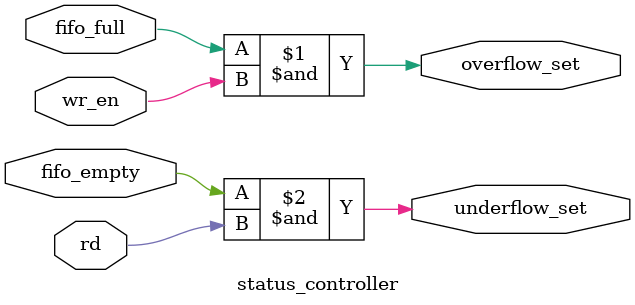
<source format=v>
`timescale 1ns / 1ps

module controller (
    input clk,rst,wr_en,rd,fifo_full,fifo_empty, fifo_threshold,
    input [3:0] rbit,
    output rptr_ld,fifo_rd,fifo_we,overflow_set, underflow_set
    );
    
    status_controller status(wr_en,
                             rd,
                             fifo_full,
                             fifo_empty,
                             overflow_set,
                             underflow_set);
    
    assign fifo_rd = (~fifo_empty) & rd;
    assign fifo_we = (~fifo_full) & wr_en;
    assign rptr_ld = (rbit[2:0]==3'b000) & fifo_rd;
    
endmodule


module status_controller(
    input wr_en,rd,fifo_full,fifo_empty,
    output overflow_set,underflow_set);
    
    assign overflow_set = fifo_full & wr_en;  
    assign underflow_set = fifo_empty&rd; 
endmodule


</source>
